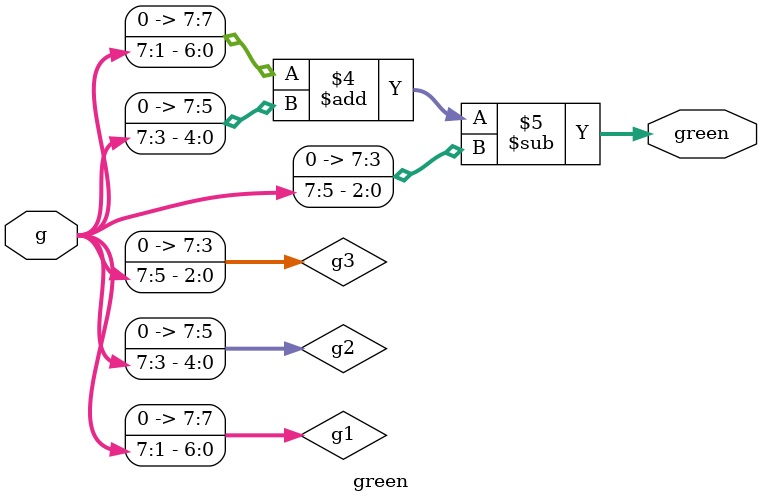
<source format=v>
module green(green,g);

input [7:0]g;

output [7:0]green;

wire [7:0]g1,g2,g3;

assign g1=g>>3'd1;
assign g2=g>>3'd3;
assign g3=g>>3'd5;


assign green=g1+g2-g3;

endmodule
</source>
